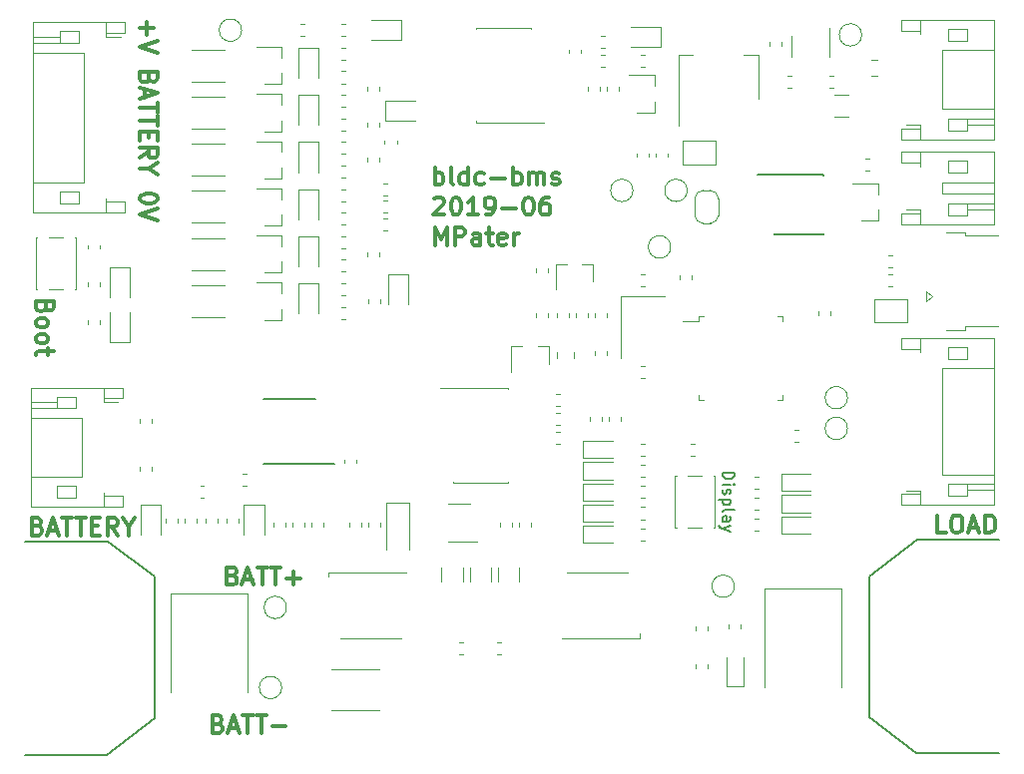
<source format=gbr>
G04 #@! TF.GenerationSoftware,KiCad,Pcbnew,5.1.2-f72e74a~84~ubuntu16.04.1*
G04 #@! TF.CreationDate,2019-06-08T12:34:56+01:00*
G04 #@! TF.ProjectId,bldc-BMS,626c6463-2d42-44d5-932e-6b696361645f,rev?*
G04 #@! TF.SameCoordinates,Original*
G04 #@! TF.FileFunction,Legend,Top*
G04 #@! TF.FilePolarity,Positive*
%FSLAX46Y46*%
G04 Gerber Fmt 4.6, Leading zero omitted, Abs format (unit mm)*
G04 Created by KiCad (PCBNEW 5.1.2-f72e74a~84~ubuntu16.04.1) date 2019-06-08 12:34:56*
%MOMM*%
%LPD*%
G04 APERTURE LIST*
%ADD10C,0.150000*%
%ADD11C,0.300000*%
%ADD12C,0.120000*%
G04 APERTURE END LIST*
D10*
X162147619Y-78947619D02*
X163147619Y-78947619D01*
X163147619Y-79185714D01*
X163100000Y-79328571D01*
X163004761Y-79423809D01*
X162909523Y-79471428D01*
X162719047Y-79519047D01*
X162576190Y-79519047D01*
X162385714Y-79471428D01*
X162290476Y-79423809D01*
X162195238Y-79328571D01*
X162147619Y-79185714D01*
X162147619Y-78947619D01*
X162147619Y-79947619D02*
X162814285Y-79947619D01*
X163147619Y-79947619D02*
X163100000Y-79900000D01*
X163052380Y-79947619D01*
X163100000Y-79995238D01*
X163147619Y-79947619D01*
X163052380Y-79947619D01*
X162195238Y-80376190D02*
X162147619Y-80471428D01*
X162147619Y-80661904D01*
X162195238Y-80757142D01*
X162290476Y-80804761D01*
X162338095Y-80804761D01*
X162433333Y-80757142D01*
X162480952Y-80661904D01*
X162480952Y-80519047D01*
X162528571Y-80423809D01*
X162623809Y-80376190D01*
X162671428Y-80376190D01*
X162766666Y-80423809D01*
X162814285Y-80519047D01*
X162814285Y-80661904D01*
X162766666Y-80757142D01*
X162814285Y-81233333D02*
X161814285Y-81233333D01*
X162766666Y-81233333D02*
X162814285Y-81328571D01*
X162814285Y-81519047D01*
X162766666Y-81614285D01*
X162719047Y-81661904D01*
X162623809Y-81709523D01*
X162338095Y-81709523D01*
X162242857Y-81661904D01*
X162195238Y-81614285D01*
X162147619Y-81519047D01*
X162147619Y-81328571D01*
X162195238Y-81233333D01*
X162147619Y-82280952D02*
X162195238Y-82185714D01*
X162290476Y-82138095D01*
X163147619Y-82138095D01*
X162147619Y-83090476D02*
X162671428Y-83090476D01*
X162766666Y-83042857D01*
X162814285Y-82947619D01*
X162814285Y-82757142D01*
X162766666Y-82661904D01*
X162195238Y-83090476D02*
X162147619Y-82995238D01*
X162147619Y-82757142D01*
X162195238Y-82661904D01*
X162290476Y-82614285D01*
X162385714Y-82614285D01*
X162480952Y-82661904D01*
X162528571Y-82757142D01*
X162528571Y-82995238D01*
X162576190Y-83090476D01*
X162814285Y-83471428D02*
X162147619Y-83709523D01*
X162814285Y-83947619D02*
X162147619Y-83709523D01*
X161909523Y-83614285D01*
X161861904Y-83566666D01*
X161814285Y-83471428D01*
D11*
X137752142Y-54528571D02*
X137752142Y-53028571D01*
X137752142Y-53600000D02*
X137895000Y-53528571D01*
X138180714Y-53528571D01*
X138323571Y-53600000D01*
X138395000Y-53671428D01*
X138466428Y-53814285D01*
X138466428Y-54242857D01*
X138395000Y-54385714D01*
X138323571Y-54457142D01*
X138180714Y-54528571D01*
X137895000Y-54528571D01*
X137752142Y-54457142D01*
X139323571Y-54528571D02*
X139180714Y-54457142D01*
X139109285Y-54314285D01*
X139109285Y-53028571D01*
X140537857Y-54528571D02*
X140537857Y-53028571D01*
X140537857Y-54457142D02*
X140395000Y-54528571D01*
X140109285Y-54528571D01*
X139966428Y-54457142D01*
X139895000Y-54385714D01*
X139823571Y-54242857D01*
X139823571Y-53814285D01*
X139895000Y-53671428D01*
X139966428Y-53600000D01*
X140109285Y-53528571D01*
X140395000Y-53528571D01*
X140537857Y-53600000D01*
X141895000Y-54457142D02*
X141752142Y-54528571D01*
X141466428Y-54528571D01*
X141323571Y-54457142D01*
X141252142Y-54385714D01*
X141180714Y-54242857D01*
X141180714Y-53814285D01*
X141252142Y-53671428D01*
X141323571Y-53600000D01*
X141466428Y-53528571D01*
X141752142Y-53528571D01*
X141895000Y-53600000D01*
X142537857Y-53957142D02*
X143680714Y-53957142D01*
X144395000Y-54528571D02*
X144395000Y-53028571D01*
X144395000Y-53600000D02*
X144537857Y-53528571D01*
X144823571Y-53528571D01*
X144966428Y-53600000D01*
X145037857Y-53671428D01*
X145109285Y-53814285D01*
X145109285Y-54242857D01*
X145037857Y-54385714D01*
X144966428Y-54457142D01*
X144823571Y-54528571D01*
X144537857Y-54528571D01*
X144395000Y-54457142D01*
X145752142Y-54528571D02*
X145752142Y-53528571D01*
X145752142Y-53671428D02*
X145823571Y-53600000D01*
X145966428Y-53528571D01*
X146180714Y-53528571D01*
X146323571Y-53600000D01*
X146395000Y-53742857D01*
X146395000Y-54528571D01*
X146395000Y-53742857D02*
X146466428Y-53600000D01*
X146609285Y-53528571D01*
X146823571Y-53528571D01*
X146966428Y-53600000D01*
X147037857Y-53742857D01*
X147037857Y-54528571D01*
X147680714Y-54457142D02*
X147823571Y-54528571D01*
X148109285Y-54528571D01*
X148252142Y-54457142D01*
X148323571Y-54314285D01*
X148323571Y-54242857D01*
X148252142Y-54100000D01*
X148109285Y-54028571D01*
X147895000Y-54028571D01*
X147752142Y-53957142D01*
X147680714Y-53814285D01*
X147680714Y-53742857D01*
X147752142Y-53600000D01*
X147895000Y-53528571D01*
X148109285Y-53528571D01*
X148252142Y-53600000D01*
X137680714Y-55721428D02*
X137752142Y-55650000D01*
X137895000Y-55578571D01*
X138252142Y-55578571D01*
X138395000Y-55650000D01*
X138466428Y-55721428D01*
X138537857Y-55864285D01*
X138537857Y-56007142D01*
X138466428Y-56221428D01*
X137609285Y-57078571D01*
X138537857Y-57078571D01*
X139466428Y-55578571D02*
X139609285Y-55578571D01*
X139752142Y-55650000D01*
X139823571Y-55721428D01*
X139895000Y-55864285D01*
X139966428Y-56150000D01*
X139966428Y-56507142D01*
X139895000Y-56792857D01*
X139823571Y-56935714D01*
X139752142Y-57007142D01*
X139609285Y-57078571D01*
X139466428Y-57078571D01*
X139323571Y-57007142D01*
X139252142Y-56935714D01*
X139180714Y-56792857D01*
X139109285Y-56507142D01*
X139109285Y-56150000D01*
X139180714Y-55864285D01*
X139252142Y-55721428D01*
X139323571Y-55650000D01*
X139466428Y-55578571D01*
X141395000Y-57078571D02*
X140537857Y-57078571D01*
X140966428Y-57078571D02*
X140966428Y-55578571D01*
X140823571Y-55792857D01*
X140680714Y-55935714D01*
X140537857Y-56007142D01*
X142109285Y-57078571D02*
X142395000Y-57078571D01*
X142537857Y-57007142D01*
X142609285Y-56935714D01*
X142752142Y-56721428D01*
X142823571Y-56435714D01*
X142823571Y-55864285D01*
X142752142Y-55721428D01*
X142680714Y-55650000D01*
X142537857Y-55578571D01*
X142252142Y-55578571D01*
X142109285Y-55650000D01*
X142037857Y-55721428D01*
X141966428Y-55864285D01*
X141966428Y-56221428D01*
X142037857Y-56364285D01*
X142109285Y-56435714D01*
X142252142Y-56507142D01*
X142537857Y-56507142D01*
X142680714Y-56435714D01*
X142752142Y-56364285D01*
X142823571Y-56221428D01*
X143466428Y-56507142D02*
X144609285Y-56507142D01*
X145609285Y-55578571D02*
X145752142Y-55578571D01*
X145895000Y-55650000D01*
X145966428Y-55721428D01*
X146037857Y-55864285D01*
X146109285Y-56150000D01*
X146109285Y-56507142D01*
X146037857Y-56792857D01*
X145966428Y-56935714D01*
X145895000Y-57007142D01*
X145752142Y-57078571D01*
X145609285Y-57078571D01*
X145466428Y-57007142D01*
X145395000Y-56935714D01*
X145323571Y-56792857D01*
X145252142Y-56507142D01*
X145252142Y-56150000D01*
X145323571Y-55864285D01*
X145395000Y-55721428D01*
X145466428Y-55650000D01*
X145609285Y-55578571D01*
X147395000Y-55578571D02*
X147109285Y-55578571D01*
X146966428Y-55650000D01*
X146895000Y-55721428D01*
X146752142Y-55935714D01*
X146680714Y-56221428D01*
X146680714Y-56792857D01*
X146752142Y-56935714D01*
X146823571Y-57007142D01*
X146966428Y-57078571D01*
X147252142Y-57078571D01*
X147395000Y-57007142D01*
X147466428Y-56935714D01*
X147537857Y-56792857D01*
X147537857Y-56435714D01*
X147466428Y-56292857D01*
X147395000Y-56221428D01*
X147252142Y-56150000D01*
X146966428Y-56150000D01*
X146823571Y-56221428D01*
X146752142Y-56292857D01*
X146680714Y-56435714D01*
X137752142Y-59628571D02*
X137752142Y-58128571D01*
X138252142Y-59200000D01*
X138752142Y-58128571D01*
X138752142Y-59628571D01*
X139466428Y-59628571D02*
X139466428Y-58128571D01*
X140037857Y-58128571D01*
X140180714Y-58200000D01*
X140252142Y-58271428D01*
X140323571Y-58414285D01*
X140323571Y-58628571D01*
X140252142Y-58771428D01*
X140180714Y-58842857D01*
X140037857Y-58914285D01*
X139466428Y-58914285D01*
X141609285Y-59628571D02*
X141609285Y-58842857D01*
X141537857Y-58700000D01*
X141395000Y-58628571D01*
X141109285Y-58628571D01*
X140966428Y-58700000D01*
X141609285Y-59557142D02*
X141466428Y-59628571D01*
X141109285Y-59628571D01*
X140966428Y-59557142D01*
X140895000Y-59414285D01*
X140895000Y-59271428D01*
X140966428Y-59128571D01*
X141109285Y-59057142D01*
X141466428Y-59057142D01*
X141609285Y-58985714D01*
X142109285Y-58628571D02*
X142680714Y-58628571D01*
X142323571Y-58128571D02*
X142323571Y-59414285D01*
X142395000Y-59557142D01*
X142537857Y-59628571D01*
X142680714Y-59628571D01*
X143752142Y-59557142D02*
X143609285Y-59628571D01*
X143323571Y-59628571D01*
X143180714Y-59557142D01*
X143109285Y-59414285D01*
X143109285Y-58842857D01*
X143180714Y-58700000D01*
X143323571Y-58628571D01*
X143609285Y-58628571D01*
X143752142Y-58700000D01*
X143823571Y-58842857D01*
X143823571Y-58985714D01*
X143109285Y-59128571D01*
X144466428Y-59628571D02*
X144466428Y-58628571D01*
X144466428Y-58914285D02*
X144537857Y-58771428D01*
X144609285Y-58700000D01*
X144752142Y-58628571D01*
X144895000Y-58628571D01*
X119392857Y-100292857D02*
X119607142Y-100364285D01*
X119678571Y-100435714D01*
X119750000Y-100578571D01*
X119750000Y-100792857D01*
X119678571Y-100935714D01*
X119607142Y-101007142D01*
X119464285Y-101078571D01*
X118892857Y-101078571D01*
X118892857Y-99578571D01*
X119392857Y-99578571D01*
X119535714Y-99650000D01*
X119607142Y-99721428D01*
X119678571Y-99864285D01*
X119678571Y-100007142D01*
X119607142Y-100150000D01*
X119535714Y-100221428D01*
X119392857Y-100292857D01*
X118892857Y-100292857D01*
X120321428Y-100650000D02*
X121035714Y-100650000D01*
X120178571Y-101078571D02*
X120678571Y-99578571D01*
X121178571Y-101078571D01*
X121464285Y-99578571D02*
X122321428Y-99578571D01*
X121892857Y-101078571D02*
X121892857Y-99578571D01*
X122607142Y-99578571D02*
X123464285Y-99578571D01*
X123035714Y-101078571D02*
X123035714Y-99578571D01*
X123964285Y-100507142D02*
X125107142Y-100507142D01*
X120592857Y-87692857D02*
X120807142Y-87764285D01*
X120878571Y-87835714D01*
X120950000Y-87978571D01*
X120950000Y-88192857D01*
X120878571Y-88335714D01*
X120807142Y-88407142D01*
X120664285Y-88478571D01*
X120092857Y-88478571D01*
X120092857Y-86978571D01*
X120592857Y-86978571D01*
X120735714Y-87050000D01*
X120807142Y-87121428D01*
X120878571Y-87264285D01*
X120878571Y-87407142D01*
X120807142Y-87550000D01*
X120735714Y-87621428D01*
X120592857Y-87692857D01*
X120092857Y-87692857D01*
X121521428Y-88050000D02*
X122235714Y-88050000D01*
X121378571Y-88478571D02*
X121878571Y-86978571D01*
X122378571Y-88478571D01*
X122664285Y-86978571D02*
X123521428Y-86978571D01*
X123092857Y-88478571D02*
X123092857Y-86978571D01*
X123807142Y-86978571D02*
X124664285Y-86978571D01*
X124235714Y-88478571D02*
X124235714Y-86978571D01*
X125164285Y-87907142D02*
X126307142Y-87907142D01*
X125735714Y-88478571D02*
X125735714Y-87335714D01*
X104707142Y-64921428D02*
X104635714Y-65135714D01*
X104564285Y-65207142D01*
X104421428Y-65278571D01*
X104207142Y-65278571D01*
X104064285Y-65207142D01*
X103992857Y-65135714D01*
X103921428Y-64992857D01*
X103921428Y-64421428D01*
X105421428Y-64421428D01*
X105421428Y-64921428D01*
X105350000Y-65064285D01*
X105278571Y-65135714D01*
X105135714Y-65207142D01*
X104992857Y-65207142D01*
X104850000Y-65135714D01*
X104778571Y-65064285D01*
X104707142Y-64921428D01*
X104707142Y-64421428D01*
X103921428Y-66135714D02*
X103992857Y-65992857D01*
X104064285Y-65921428D01*
X104207142Y-65850000D01*
X104635714Y-65850000D01*
X104778571Y-65921428D01*
X104850000Y-65992857D01*
X104921428Y-66135714D01*
X104921428Y-66350000D01*
X104850000Y-66492857D01*
X104778571Y-66564285D01*
X104635714Y-66635714D01*
X104207142Y-66635714D01*
X104064285Y-66564285D01*
X103992857Y-66492857D01*
X103921428Y-66350000D01*
X103921428Y-66135714D01*
X103921428Y-67492857D02*
X103992857Y-67350000D01*
X104064285Y-67278571D01*
X104207142Y-67207142D01*
X104635714Y-67207142D01*
X104778571Y-67278571D01*
X104850000Y-67350000D01*
X104921428Y-67492857D01*
X104921428Y-67707142D01*
X104850000Y-67850000D01*
X104778571Y-67921428D01*
X104635714Y-67992857D01*
X104207142Y-67992857D01*
X104064285Y-67921428D01*
X103992857Y-67850000D01*
X103921428Y-67707142D01*
X103921428Y-67492857D01*
X104921428Y-68421428D02*
X104921428Y-68992857D01*
X105421428Y-68635714D02*
X104135714Y-68635714D01*
X103992857Y-68707142D01*
X103921428Y-68850000D01*
X103921428Y-68992857D01*
X181085714Y-84078571D02*
X180371428Y-84078571D01*
X180371428Y-82578571D01*
X181871428Y-82578571D02*
X182157142Y-82578571D01*
X182300000Y-82650000D01*
X182442857Y-82792857D01*
X182514285Y-83078571D01*
X182514285Y-83578571D01*
X182442857Y-83864285D01*
X182300000Y-84007142D01*
X182157142Y-84078571D01*
X181871428Y-84078571D01*
X181728571Y-84007142D01*
X181585714Y-83864285D01*
X181514285Y-83578571D01*
X181514285Y-83078571D01*
X181585714Y-82792857D01*
X181728571Y-82650000D01*
X181871428Y-82578571D01*
X183085714Y-83650000D02*
X183800000Y-83650000D01*
X182942857Y-84078571D02*
X183442857Y-82578571D01*
X183942857Y-84078571D01*
X184442857Y-84078571D02*
X184442857Y-82578571D01*
X184800000Y-82578571D01*
X185014285Y-82650000D01*
X185157142Y-82792857D01*
X185228571Y-82935714D01*
X185300000Y-83221428D01*
X185300000Y-83435714D01*
X185228571Y-83721428D01*
X185157142Y-83864285D01*
X185014285Y-84007142D01*
X184800000Y-84078571D01*
X184442857Y-84078571D01*
X104050000Y-83492857D02*
X104264285Y-83564285D01*
X104335714Y-83635714D01*
X104407142Y-83778571D01*
X104407142Y-83992857D01*
X104335714Y-84135714D01*
X104264285Y-84207142D01*
X104121428Y-84278571D01*
X103550000Y-84278571D01*
X103550000Y-82778571D01*
X104050000Y-82778571D01*
X104192857Y-82850000D01*
X104264285Y-82921428D01*
X104335714Y-83064285D01*
X104335714Y-83207142D01*
X104264285Y-83350000D01*
X104192857Y-83421428D01*
X104050000Y-83492857D01*
X103550000Y-83492857D01*
X104978571Y-83850000D02*
X105692857Y-83850000D01*
X104835714Y-84278571D02*
X105335714Y-82778571D01*
X105835714Y-84278571D01*
X106121428Y-82778571D02*
X106978571Y-82778571D01*
X106550000Y-84278571D02*
X106550000Y-82778571D01*
X107264285Y-82778571D02*
X108121428Y-82778571D01*
X107692857Y-84278571D02*
X107692857Y-82778571D01*
X108621428Y-83492857D02*
X109121428Y-83492857D01*
X109335714Y-84278571D02*
X108621428Y-84278571D01*
X108621428Y-82778571D01*
X109335714Y-82778571D01*
X110835714Y-84278571D02*
X110335714Y-83564285D01*
X109978571Y-84278571D02*
X109978571Y-82778571D01*
X110550000Y-82778571D01*
X110692857Y-82850000D01*
X110764285Y-82921428D01*
X110835714Y-83064285D01*
X110835714Y-83278571D01*
X110764285Y-83421428D01*
X110692857Y-83492857D01*
X110550000Y-83564285D01*
X109978571Y-83564285D01*
X111764285Y-83564285D02*
X111764285Y-84278571D01*
X111264285Y-82778571D02*
X111764285Y-83564285D01*
X112264285Y-82778571D01*
X113292857Y-40678571D02*
X113292857Y-41821428D01*
X112721428Y-41250000D02*
X113864285Y-41250000D01*
X114221428Y-42321428D02*
X112721428Y-42821428D01*
X114221428Y-43321428D01*
X113507142Y-45464285D02*
X113435714Y-45678571D01*
X113364285Y-45750000D01*
X113221428Y-45821428D01*
X113007142Y-45821428D01*
X112864285Y-45750000D01*
X112792857Y-45678571D01*
X112721428Y-45535714D01*
X112721428Y-44964285D01*
X114221428Y-44964285D01*
X114221428Y-45464285D01*
X114150000Y-45607142D01*
X114078571Y-45678571D01*
X113935714Y-45750000D01*
X113792857Y-45750000D01*
X113650000Y-45678571D01*
X113578571Y-45607142D01*
X113507142Y-45464285D01*
X113507142Y-44964285D01*
X113150000Y-46392857D02*
X113150000Y-47107142D01*
X112721428Y-46250000D02*
X114221428Y-46750000D01*
X112721428Y-47250000D01*
X114221428Y-47535714D02*
X114221428Y-48392857D01*
X112721428Y-47964285D02*
X114221428Y-47964285D01*
X114221428Y-48678571D02*
X114221428Y-49535714D01*
X112721428Y-49107142D02*
X114221428Y-49107142D01*
X113507142Y-50035714D02*
X113507142Y-50535714D01*
X112721428Y-50750000D02*
X112721428Y-50035714D01*
X114221428Y-50035714D01*
X114221428Y-50750000D01*
X112721428Y-52250000D02*
X113435714Y-51750000D01*
X112721428Y-51392857D02*
X114221428Y-51392857D01*
X114221428Y-51964285D01*
X114150000Y-52107142D01*
X114078571Y-52178571D01*
X113935714Y-52250000D01*
X113721428Y-52250000D01*
X113578571Y-52178571D01*
X113507142Y-52107142D01*
X113435714Y-51964285D01*
X113435714Y-51392857D01*
X113435714Y-53178571D02*
X112721428Y-53178571D01*
X114221428Y-52678571D02*
X113435714Y-53178571D01*
X114221428Y-53678571D01*
X114221428Y-55607142D02*
X114221428Y-55750000D01*
X114150000Y-55892857D01*
X114078571Y-55964285D01*
X113935714Y-56035714D01*
X113650000Y-56107142D01*
X113292857Y-56107142D01*
X113007142Y-56035714D01*
X112864285Y-55964285D01*
X112792857Y-55892857D01*
X112721428Y-55750000D01*
X112721428Y-55607142D01*
X112792857Y-55464285D01*
X112864285Y-55392857D01*
X113007142Y-55321428D01*
X113292857Y-55250000D01*
X113650000Y-55250000D01*
X113935714Y-55321428D01*
X114078571Y-55392857D01*
X114150000Y-55464285D01*
X114221428Y-55607142D01*
X114221428Y-56535714D02*
X112721428Y-57035714D01*
X114221428Y-57535714D01*
D12*
X145925000Y-41175000D02*
X141275000Y-41175000D01*
X147000000Y-49225000D02*
X141275000Y-49225000D01*
X145925000Y-41175000D02*
X145925000Y-41282500D01*
X141275000Y-41175000D02*
X141275000Y-41282500D01*
X141275000Y-49225000D02*
X141275000Y-49117500D01*
X155237221Y-69890000D02*
X155562779Y-69890000D01*
X155237221Y-70910000D02*
X155562779Y-70910000D01*
X155562779Y-63110000D02*
X155237221Y-63110000D01*
X155562779Y-62090000D02*
X155237221Y-62090000D01*
X158390000Y-49500000D02*
X158390000Y-43490000D01*
X165210000Y-47250000D02*
X165210000Y-43490000D01*
X158390000Y-43490000D02*
X159650000Y-43490000D01*
X165210000Y-43490000D02*
X163950000Y-43490000D01*
D10*
X174600000Y-99750000D02*
X174600000Y-87750000D01*
X174600000Y-87750000D02*
X178700000Y-84650000D01*
X178700000Y-84650000D02*
X185600000Y-84650000D01*
X174600000Y-99750000D02*
X178600000Y-102750000D01*
X178600000Y-102750000D02*
X185600000Y-102750000D01*
X113998000Y-87800000D02*
X113998000Y-99800000D01*
X113998000Y-99800000D02*
X109898000Y-102900000D01*
X109898000Y-102900000D02*
X102998000Y-102900000D01*
X113998000Y-87800000D02*
X109998000Y-84800000D01*
X109998000Y-84800000D02*
X102998000Y-84800000D01*
D12*
X167990000Y-41900000D02*
X167990000Y-43700000D01*
X171210000Y-43700000D02*
X171210000Y-41250000D01*
X167962779Y-46310000D02*
X167637221Y-46310000D01*
X167962779Y-45290000D02*
X167637221Y-45290000D01*
X128700000Y-87400000D02*
X128700000Y-87800000D01*
X135300000Y-87400000D02*
X128700000Y-87400000D01*
X134900000Y-93000000D02*
X129700000Y-93000000D01*
X135450000Y-62100000D02*
X133750000Y-62100000D01*
X133750000Y-62100000D02*
X133750000Y-64650000D01*
X135450000Y-62100000D02*
X135450000Y-64650000D01*
X173950000Y-41800000D02*
G75*
G03X173950000Y-41800000I-950000J0D01*
G01*
X157750000Y-59800000D02*
G75*
G03X157750000Y-59800000I-950000J0D01*
G01*
X163150000Y-88600000D02*
G75*
G03X163150000Y-88600000I-950000J0D01*
G01*
X125150000Y-90400000D02*
G75*
G03X125150000Y-90400000I-950000J0D01*
G01*
X172750000Y-72600000D02*
G75*
G03X172750000Y-72600000I-950000J0D01*
G01*
X154550000Y-55000000D02*
G75*
G03X154550000Y-55000000I-950000J0D01*
G01*
X121350000Y-41400000D02*
G75*
G03X121350000Y-41400000I-950000J0D01*
G01*
X172750000Y-75200000D02*
G75*
G03X172750000Y-75200000I-950000J0D01*
G01*
X159150000Y-55000000D02*
G75*
G03X159150000Y-55000000I-950000J0D01*
G01*
X157510000Y-51837221D02*
X157510000Y-52162779D01*
X156490000Y-51837221D02*
X156490000Y-52162779D01*
X155910000Y-51837221D02*
X155910000Y-52162779D01*
X154890000Y-51837221D02*
X154890000Y-52162779D01*
X178940000Y-56660000D02*
X178940000Y-56940000D01*
X178940000Y-56940000D02*
X177340000Y-56940000D01*
X177340000Y-56940000D02*
X177340000Y-57860000D01*
X177340000Y-57860000D02*
X185160000Y-57860000D01*
X185160000Y-57860000D02*
X185160000Y-51740000D01*
X185160000Y-51740000D02*
X177340000Y-51740000D01*
X177340000Y-51740000D02*
X177340000Y-52660000D01*
X177340000Y-52660000D02*
X178940000Y-52660000D01*
X178940000Y-52660000D02*
X178940000Y-52940000D01*
X185160000Y-55300000D02*
X180800000Y-55300000D01*
X180800000Y-55300000D02*
X180800000Y-54300000D01*
X180800000Y-54300000D02*
X185160000Y-54300000D01*
X178940000Y-57860000D02*
X178940000Y-56940000D01*
X178940000Y-51740000D02*
X178940000Y-52660000D01*
X181300000Y-57100000D02*
X182900000Y-57100000D01*
X182900000Y-57100000D02*
X182900000Y-56100000D01*
X182900000Y-56100000D02*
X181300000Y-56100000D01*
X181300000Y-56100000D02*
X181300000Y-57100000D01*
X181300000Y-52500000D02*
X182900000Y-52500000D01*
X182900000Y-52500000D02*
X182900000Y-53500000D01*
X182900000Y-53500000D02*
X181300000Y-53500000D01*
X181300000Y-53500000D02*
X181300000Y-52500000D01*
X182900000Y-56100000D02*
X185160000Y-56100000D01*
X182900000Y-56600000D02*
X185160000Y-56600000D01*
X178940000Y-56660000D02*
X177725000Y-56660000D01*
X178940000Y-80460000D02*
X178940000Y-80740000D01*
X178940000Y-80740000D02*
X177340000Y-80740000D01*
X177340000Y-80740000D02*
X177340000Y-81660000D01*
X177340000Y-81660000D02*
X185160000Y-81660000D01*
X185160000Y-81660000D02*
X185160000Y-67540000D01*
X185160000Y-67540000D02*
X177340000Y-67540000D01*
X177340000Y-67540000D02*
X177340000Y-68460000D01*
X177340000Y-68460000D02*
X178940000Y-68460000D01*
X178940000Y-68460000D02*
X178940000Y-68740000D01*
X185160000Y-79100000D02*
X180800000Y-79100000D01*
X180800000Y-79100000D02*
X180800000Y-70100000D01*
X180800000Y-70100000D02*
X185160000Y-70100000D01*
X178940000Y-81660000D02*
X178940000Y-80740000D01*
X178940000Y-67540000D02*
X178940000Y-68460000D01*
X181300000Y-80900000D02*
X182900000Y-80900000D01*
X182900000Y-80900000D02*
X182900000Y-79900000D01*
X182900000Y-79900000D02*
X181300000Y-79900000D01*
X181300000Y-79900000D02*
X181300000Y-80900000D01*
X181300000Y-68300000D02*
X182900000Y-68300000D01*
X182900000Y-68300000D02*
X182900000Y-69300000D01*
X182900000Y-69300000D02*
X181300000Y-69300000D01*
X181300000Y-69300000D02*
X181300000Y-68300000D01*
X182900000Y-79900000D02*
X185160000Y-79900000D01*
X182900000Y-80400000D02*
X185160000Y-80400000D01*
X178940000Y-80460000D02*
X177725000Y-80460000D01*
X109660000Y-72940000D02*
X109660000Y-72660000D01*
X109660000Y-72660000D02*
X111260000Y-72660000D01*
X111260000Y-72660000D02*
X111260000Y-71740000D01*
X111260000Y-71740000D02*
X103440000Y-71740000D01*
X103440000Y-71740000D02*
X103440000Y-81860000D01*
X103440000Y-81860000D02*
X111260000Y-81860000D01*
X111260000Y-81860000D02*
X111260000Y-80940000D01*
X111260000Y-80940000D02*
X109660000Y-80940000D01*
X109660000Y-80940000D02*
X109660000Y-80660000D01*
X103440000Y-74300000D02*
X107800000Y-74300000D01*
X107800000Y-74300000D02*
X107800000Y-79300000D01*
X107800000Y-79300000D02*
X103440000Y-79300000D01*
X109660000Y-71740000D02*
X109660000Y-72660000D01*
X109660000Y-81860000D02*
X109660000Y-80940000D01*
X107300000Y-72500000D02*
X105700000Y-72500000D01*
X105700000Y-72500000D02*
X105700000Y-73500000D01*
X105700000Y-73500000D02*
X107300000Y-73500000D01*
X107300000Y-73500000D02*
X107300000Y-72500000D01*
X107300000Y-81100000D02*
X105700000Y-81100000D01*
X105700000Y-81100000D02*
X105700000Y-80100000D01*
X105700000Y-80100000D02*
X107300000Y-80100000D01*
X107300000Y-80100000D02*
X107300000Y-81100000D01*
X105700000Y-73500000D02*
X103440000Y-73500000D01*
X105700000Y-73000000D02*
X103440000Y-73000000D01*
X109660000Y-72940000D02*
X110875000Y-72940000D01*
X109860000Y-41940000D02*
X109860000Y-41660000D01*
X109860000Y-41660000D02*
X111460000Y-41660000D01*
X111460000Y-41660000D02*
X111460000Y-40740000D01*
X111460000Y-40740000D02*
X103640000Y-40740000D01*
X103640000Y-40740000D02*
X103640000Y-56860000D01*
X103640000Y-56860000D02*
X111460000Y-56860000D01*
X111460000Y-56860000D02*
X111460000Y-55940000D01*
X111460000Y-55940000D02*
X109860000Y-55940000D01*
X109860000Y-55940000D02*
X109860000Y-55660000D01*
X103640000Y-43300000D02*
X108000000Y-43300000D01*
X108000000Y-43300000D02*
X108000000Y-54300000D01*
X108000000Y-54300000D02*
X103640000Y-54300000D01*
X109860000Y-40740000D02*
X109860000Y-41660000D01*
X109860000Y-56860000D02*
X109860000Y-55940000D01*
X107500000Y-41500000D02*
X105900000Y-41500000D01*
X105900000Y-41500000D02*
X105900000Y-42500000D01*
X105900000Y-42500000D02*
X107500000Y-42500000D01*
X107500000Y-42500000D02*
X107500000Y-41500000D01*
X107500000Y-56100000D02*
X105900000Y-56100000D01*
X105900000Y-56100000D02*
X105900000Y-55100000D01*
X105900000Y-55100000D02*
X107500000Y-55100000D01*
X107500000Y-55100000D02*
X107500000Y-56100000D01*
X105900000Y-42500000D02*
X103640000Y-42500000D01*
X105900000Y-42000000D02*
X103640000Y-42000000D01*
X109860000Y-41940000D02*
X111075000Y-41940000D01*
X178940000Y-49460000D02*
X178940000Y-49740000D01*
X178940000Y-49740000D02*
X177340000Y-49740000D01*
X177340000Y-49740000D02*
X177340000Y-50660000D01*
X177340000Y-50660000D02*
X185160000Y-50660000D01*
X185160000Y-50660000D02*
X185160000Y-40540000D01*
X185160000Y-40540000D02*
X177340000Y-40540000D01*
X177340000Y-40540000D02*
X177340000Y-41460000D01*
X177340000Y-41460000D02*
X178940000Y-41460000D01*
X178940000Y-41460000D02*
X178940000Y-41740000D01*
X185160000Y-48100000D02*
X180800000Y-48100000D01*
X180800000Y-48100000D02*
X180800000Y-43100000D01*
X180800000Y-43100000D02*
X185160000Y-43100000D01*
X178940000Y-50660000D02*
X178940000Y-49740000D01*
X178940000Y-40540000D02*
X178940000Y-41460000D01*
X181300000Y-49900000D02*
X182900000Y-49900000D01*
X182900000Y-49900000D02*
X182900000Y-48900000D01*
X182900000Y-48900000D02*
X181300000Y-48900000D01*
X181300000Y-48900000D02*
X181300000Y-49900000D01*
X181300000Y-41300000D02*
X182900000Y-41300000D01*
X182900000Y-41300000D02*
X182900000Y-42300000D01*
X182900000Y-42300000D02*
X181300000Y-42300000D01*
X181300000Y-42300000D02*
X181300000Y-41300000D01*
X182900000Y-48900000D02*
X185160000Y-48900000D01*
X182900000Y-49400000D02*
X185160000Y-49400000D01*
X178940000Y-49460000D02*
X177725000Y-49460000D01*
X140110000Y-86997936D02*
X140110000Y-88202064D01*
X138290000Y-86997936D02*
X138290000Y-88202064D01*
X142510000Y-86997936D02*
X142510000Y-88202064D01*
X140690000Y-86997936D02*
X140690000Y-88202064D01*
X144910000Y-86997936D02*
X144910000Y-88202064D01*
X143090000Y-86997936D02*
X143090000Y-88202064D01*
X182700000Y-66850000D02*
X181150000Y-66850000D01*
X182700000Y-66850000D02*
X182700000Y-66550000D01*
X185500000Y-66550000D02*
X182700000Y-66550000D01*
X182700000Y-58550000D02*
X181150000Y-58550000D01*
X182700000Y-58850000D02*
X182700000Y-58550000D01*
X185500000Y-58850000D02*
X182700000Y-58850000D01*
X179450000Y-63600000D02*
X179900000Y-64000000D01*
X179450000Y-64400000D02*
X179450000Y-63600000D01*
X179900000Y-64000000D02*
X179450000Y-64400000D01*
X155562779Y-79310000D02*
X155237221Y-79310000D01*
X155562779Y-78290000D02*
X155237221Y-78290000D01*
X114890000Y-82837221D02*
X114890000Y-83162779D01*
X115910000Y-82837221D02*
X115910000Y-83162779D01*
X130090000Y-78162779D02*
X130090000Y-77837221D01*
X131110000Y-78162779D02*
X131110000Y-77837221D01*
X118162779Y-80090000D02*
X117837221Y-80090000D01*
X118162779Y-81110000D02*
X117837221Y-81110000D01*
X121110000Y-82837221D02*
X121110000Y-83162779D01*
X120090000Y-82837221D02*
X120090000Y-83162779D01*
X145910000Y-83237221D02*
X145910000Y-83562779D01*
X144890000Y-83237221D02*
X144890000Y-83562779D01*
X140162779Y-94410000D02*
X139837221Y-94410000D01*
X140162779Y-93390000D02*
X139837221Y-93390000D01*
X143362779Y-93390000D02*
X143037221Y-93390000D01*
X143362779Y-94410000D02*
X143037221Y-94410000D01*
X159890000Y-92037221D02*
X159890000Y-92362779D01*
X160910000Y-92037221D02*
X160910000Y-92362779D01*
X160910000Y-95237221D02*
X160910000Y-95562779D01*
X159890000Y-95237221D02*
X159890000Y-95562779D01*
X129837221Y-41910000D02*
X130162779Y-41910000D01*
X129837221Y-40890000D02*
X130162779Y-40890000D01*
X133010000Y-46237221D02*
X133010000Y-46562779D01*
X131990000Y-46237221D02*
X131990000Y-46562779D01*
X131990000Y-49237221D02*
X131990000Y-49562779D01*
X133010000Y-49237221D02*
X133010000Y-49562779D01*
X133662779Y-56910000D02*
X133337221Y-56910000D01*
X133662779Y-55890000D02*
X133337221Y-55890000D01*
X133010000Y-60562779D02*
X133010000Y-60237221D01*
X131990000Y-60562779D02*
X131990000Y-60237221D01*
X133337221Y-57390000D02*
X133662779Y-57390000D01*
X133337221Y-58410000D02*
X133662779Y-58410000D01*
X134510000Y-50737221D02*
X134510000Y-51062779D01*
X133490000Y-50737221D02*
X133490000Y-51062779D01*
X132090000Y-64237221D02*
X132090000Y-64562779D01*
X133110000Y-64237221D02*
X133110000Y-64562779D01*
X149090000Y-43037221D02*
X149090000Y-43362779D01*
X150110000Y-43037221D02*
X150110000Y-43362779D01*
X113710000Y-74437221D02*
X113710000Y-74762779D01*
X112690000Y-74437221D02*
X112690000Y-74762779D01*
X113710000Y-78437221D02*
X113710000Y-78762779D01*
X112690000Y-78437221D02*
X112690000Y-78762779D01*
X151710000Y-46237221D02*
X151710000Y-46562779D01*
X150690000Y-46237221D02*
X150690000Y-46562779D01*
X148037221Y-74910000D02*
X148362779Y-74910000D01*
X148037221Y-73890000D02*
X148362779Y-73890000D01*
X149510000Y-68741422D02*
X149510000Y-69258578D01*
X148090000Y-68741422D02*
X148090000Y-69258578D01*
X151290000Y-65762779D02*
X151290000Y-65437221D01*
X152310000Y-65762779D02*
X152310000Y-65437221D01*
X148037221Y-73310000D02*
X148362779Y-73310000D01*
X148037221Y-72290000D02*
X148362779Y-72290000D01*
X171237221Y-45290000D02*
X171562779Y-45290000D01*
X171237221Y-46310000D02*
X171562779Y-46310000D01*
X167110000Y-42437221D02*
X167110000Y-42762779D01*
X166090000Y-42437221D02*
X166090000Y-42762779D01*
X171597936Y-48710000D02*
X172802064Y-48710000D01*
X171597936Y-46890000D02*
X172802064Y-46890000D01*
X168237221Y-75290000D02*
X168562779Y-75290000D01*
X168237221Y-76310000D02*
X168562779Y-76310000D01*
X158490000Y-62562779D02*
X158490000Y-62237221D01*
X159510000Y-62562779D02*
X159510000Y-62237221D01*
X170290000Y-65562779D02*
X170290000Y-65237221D01*
X171310000Y-65562779D02*
X171310000Y-65237221D01*
X121850000Y-89200000D02*
X121850000Y-97600000D01*
X115350000Y-89200000D02*
X115350000Y-97600000D01*
X115350000Y-89200000D02*
X121850000Y-89200000D01*
X163935000Y-97060000D02*
X163935000Y-94600000D01*
X162465000Y-97060000D02*
X163935000Y-97060000D01*
X162465000Y-94600000D02*
X162465000Y-97060000D01*
X152800000Y-83465000D02*
X150340000Y-83465000D01*
X150340000Y-83465000D02*
X150340000Y-84935000D01*
X150340000Y-84935000D02*
X152800000Y-84935000D01*
X150340000Y-83135000D02*
X152800000Y-83135000D01*
X150340000Y-81665000D02*
X150340000Y-83135000D01*
X152800000Y-81665000D02*
X150340000Y-81665000D01*
X152800000Y-79865000D02*
X150340000Y-79865000D01*
X150340000Y-79865000D02*
X150340000Y-81335000D01*
X150340000Y-81335000D02*
X152800000Y-81335000D01*
X150340000Y-79535000D02*
X152800000Y-79535000D01*
X150340000Y-78065000D02*
X150340000Y-79535000D01*
X152800000Y-78065000D02*
X150340000Y-78065000D01*
X152800000Y-76265000D02*
X150340000Y-76265000D01*
X150340000Y-76265000D02*
X150340000Y-77735000D01*
X150340000Y-77735000D02*
X152800000Y-77735000D01*
X174741422Y-45310000D02*
X175258578Y-45310000D01*
X174741422Y-43890000D02*
X175258578Y-43890000D01*
X125110000Y-83237221D02*
X125110000Y-83562779D01*
X124090000Y-83237221D02*
X124090000Y-83562779D01*
X117510000Y-82837221D02*
X117510000Y-83162779D01*
X116490000Y-82837221D02*
X116490000Y-83162779D01*
X119310000Y-82837221D02*
X119310000Y-83162779D01*
X118290000Y-82837221D02*
X118290000Y-83162779D01*
X125690000Y-83237221D02*
X125690000Y-83562779D01*
X126710000Y-83237221D02*
X126710000Y-83562779D01*
X127290000Y-83237221D02*
X127290000Y-83562779D01*
X128310000Y-83237221D02*
X128310000Y-83562779D01*
X130490000Y-83237221D02*
X130490000Y-83562779D01*
X131510000Y-83237221D02*
X131510000Y-83562779D01*
X133110000Y-83237221D02*
X133110000Y-83562779D01*
X132090000Y-83237221D02*
X132090000Y-83562779D01*
X163710000Y-91837221D02*
X163710000Y-92162779D01*
X162690000Y-91837221D02*
X162690000Y-92162779D01*
X121437221Y-79090000D02*
X121762779Y-79090000D01*
X121437221Y-80110000D02*
X121762779Y-80110000D01*
X143290000Y-83237221D02*
X143290000Y-83562779D01*
X144310000Y-83237221D02*
X144310000Y-83562779D01*
X126662779Y-40890000D02*
X126337221Y-40890000D01*
X126662779Y-41910000D02*
X126337221Y-41910000D01*
X130162779Y-44890000D02*
X129837221Y-44890000D01*
X130162779Y-45910000D02*
X129837221Y-45910000D01*
X130162779Y-48890000D02*
X129837221Y-48890000D01*
X130162779Y-49910000D02*
X129837221Y-49910000D01*
X131990000Y-52237221D02*
X131990000Y-52562779D01*
X133010000Y-52237221D02*
X133010000Y-52562779D01*
X133662779Y-54390000D02*
X133337221Y-54390000D01*
X133662779Y-55410000D02*
X133337221Y-55410000D01*
X130162779Y-56890000D02*
X129837221Y-56890000D01*
X130162779Y-57910000D02*
X129837221Y-57910000D01*
X130162779Y-61910000D02*
X129837221Y-61910000D01*
X130162779Y-60890000D02*
X129837221Y-60890000D01*
X130162779Y-64890000D02*
X129837221Y-64890000D01*
X130162779Y-65910000D02*
X129837221Y-65910000D01*
X130162779Y-52890000D02*
X129837221Y-52890000D01*
X130162779Y-53910000D02*
X129837221Y-53910000D01*
X129837221Y-42890000D02*
X130162779Y-42890000D01*
X129837221Y-43910000D02*
X130162779Y-43910000D01*
X130162779Y-46890000D02*
X129837221Y-46890000D01*
X130162779Y-47910000D02*
X129837221Y-47910000D01*
X130162779Y-51910000D02*
X129837221Y-51910000D01*
X130162779Y-50890000D02*
X129837221Y-50890000D01*
X130162779Y-55910000D02*
X129837221Y-55910000D01*
X130162779Y-54890000D02*
X129837221Y-54890000D01*
X130162779Y-58890000D02*
X129837221Y-58890000D01*
X130162779Y-59910000D02*
X129837221Y-59910000D01*
X130162779Y-63910000D02*
X129837221Y-63910000D01*
X130162779Y-62890000D02*
X129837221Y-62890000D01*
X109310000Y-66037221D02*
X109310000Y-66362779D01*
X108290000Y-66037221D02*
X108290000Y-66362779D01*
X109310000Y-59962779D02*
X109310000Y-59637221D01*
X108290000Y-59962779D02*
X108290000Y-59637221D01*
X108290000Y-63162779D02*
X108290000Y-62837221D01*
X109310000Y-63162779D02*
X109310000Y-62837221D01*
X152162779Y-41890000D02*
X151837221Y-41890000D01*
X152162779Y-42910000D02*
X151837221Y-42910000D01*
X152162779Y-43490000D02*
X151837221Y-43490000D01*
X152162779Y-44510000D02*
X151837221Y-44510000D01*
X153310000Y-46237221D02*
X153310000Y-46562779D01*
X152290000Y-46237221D02*
X152290000Y-46562779D01*
X155237221Y-43490000D02*
X155562779Y-43490000D01*
X155237221Y-44510000D02*
X155562779Y-44510000D01*
X149110000Y-65437221D02*
X149110000Y-65762779D01*
X148090000Y-65437221D02*
X148090000Y-65762779D01*
X150710000Y-65762779D02*
X150710000Y-65437221D01*
X149690000Y-65762779D02*
X149690000Y-65437221D01*
X146290000Y-61637221D02*
X146290000Y-61962779D01*
X147310000Y-61637221D02*
X147310000Y-61962779D01*
X146290000Y-65437221D02*
X146290000Y-65762779D01*
X147310000Y-65437221D02*
X147310000Y-65762779D01*
X152310000Y-68637221D02*
X152310000Y-68962779D01*
X151290000Y-68637221D02*
X151290000Y-68962779D01*
X148037221Y-75490000D02*
X148362779Y-75490000D01*
X148037221Y-76510000D02*
X148362779Y-76510000D01*
X155562779Y-84710000D02*
X155237221Y-84710000D01*
X155562779Y-83690000D02*
X155237221Y-83690000D01*
X155562779Y-82910000D02*
X155237221Y-82910000D01*
X155562779Y-81890000D02*
X155237221Y-81890000D01*
X155562779Y-81110000D02*
X155237221Y-81110000D01*
X155562779Y-80090000D02*
X155237221Y-80090000D01*
X155562779Y-76490000D02*
X155237221Y-76490000D01*
X155562779Y-77510000D02*
X155237221Y-77510000D01*
X153510000Y-74562779D02*
X153510000Y-74237221D01*
X152490000Y-74562779D02*
X152490000Y-74237221D01*
X150890000Y-74562779D02*
X150890000Y-74237221D01*
X151910000Y-74562779D02*
X151910000Y-74237221D01*
X159762779Y-77510000D02*
X159437221Y-77510000D01*
X159762779Y-76490000D02*
X159437221Y-76490000D01*
X165162779Y-82110000D02*
X164837221Y-82110000D01*
X165162779Y-81090000D02*
X164837221Y-81090000D01*
X165162779Y-82890000D02*
X164837221Y-82890000D01*
X165162779Y-83910000D02*
X164837221Y-83910000D01*
X165162779Y-80310000D02*
X164837221Y-80310000D01*
X165162779Y-79290000D02*
X164837221Y-79290000D01*
X176237221Y-60490000D02*
X176562779Y-60490000D01*
X176237221Y-61510000D02*
X176562779Y-61510000D01*
X176237221Y-62090000D02*
X176562779Y-62090000D01*
X176237221Y-63110000D02*
X176562779Y-63110000D01*
X174562779Y-52290000D02*
X174237221Y-52290000D01*
X174562779Y-53310000D02*
X174237221Y-53310000D01*
D10*
X166525000Y-53675000D02*
X165125000Y-53675000D01*
X166525000Y-58775000D02*
X170675000Y-58775000D01*
X166525000Y-53625000D02*
X170675000Y-53625000D01*
X166525000Y-58775000D02*
X166525000Y-58630000D01*
X170675000Y-58775000D02*
X170675000Y-58630000D01*
X170675000Y-53625000D02*
X170675000Y-53770000D01*
X166525000Y-53625000D02*
X166525000Y-53675000D01*
D12*
X138900000Y-84810000D02*
X141350000Y-84810000D01*
X140700000Y-81590000D02*
X138900000Y-81590000D01*
X128947936Y-99110000D02*
X133052064Y-99110000D01*
X128947936Y-95690000D02*
X133052064Y-95690000D01*
X148950000Y-87400000D02*
X154150000Y-87400000D01*
X148550000Y-93000000D02*
X155150000Y-93000000D01*
X155150000Y-93000000D02*
X155150000Y-92600000D01*
X114450000Y-81700000D02*
X112750000Y-81700000D01*
X112750000Y-81700000D02*
X112750000Y-84250000D01*
X114450000Y-81700000D02*
X114450000Y-84250000D01*
X123250000Y-81700000D02*
X123250000Y-84250000D01*
X121550000Y-81700000D02*
X121550000Y-84250000D01*
X123250000Y-81700000D02*
X121550000Y-81700000D01*
X135600000Y-81550000D02*
X135600000Y-85450000D01*
X133600000Y-81550000D02*
X133600000Y-85450000D01*
X135600000Y-81550000D02*
X133600000Y-81550000D01*
X172250000Y-88800000D02*
X172250000Y-97200000D01*
X165750000Y-88800000D02*
X165750000Y-97200000D01*
X165750000Y-88800000D02*
X172250000Y-88800000D01*
X167140000Y-82335000D02*
X169600000Y-82335000D01*
X167140000Y-80865000D02*
X167140000Y-82335000D01*
X169600000Y-80865000D02*
X167140000Y-80865000D01*
X167140000Y-84135000D02*
X169600000Y-84135000D01*
X167140000Y-82665000D02*
X167140000Y-84135000D01*
X169600000Y-82665000D02*
X167140000Y-82665000D01*
X169600000Y-79065000D02*
X167140000Y-79065000D01*
X167140000Y-79065000D02*
X167140000Y-80535000D01*
X167140000Y-80535000D02*
X169600000Y-80535000D01*
X133500000Y-47350000D02*
X133500000Y-49050000D01*
X133500000Y-49050000D02*
X136050000Y-49050000D01*
X133500000Y-47350000D02*
X136050000Y-47350000D01*
X134900000Y-42250000D02*
X132350000Y-42250000D01*
X134900000Y-40550000D02*
X132350000Y-40550000D01*
X134900000Y-42250000D02*
X134900000Y-40550000D01*
X110150000Y-67900000D02*
X110150000Y-65350000D01*
X111850000Y-67900000D02*
X111850000Y-65350000D01*
X110150000Y-67900000D02*
X111850000Y-67900000D01*
X156900000Y-42850000D02*
X154350000Y-42850000D01*
X156900000Y-41150000D02*
X154350000Y-41150000D01*
X156900000Y-42850000D02*
X156900000Y-41150000D01*
X124760000Y-45980000D02*
X124760000Y-45050000D01*
X124760000Y-42820000D02*
X124760000Y-43750000D01*
X124760000Y-42820000D02*
X122600000Y-42820000D01*
X124760000Y-45980000D02*
X123300000Y-45980000D01*
X124760000Y-49980000D02*
X123300000Y-49980000D01*
X124760000Y-46820000D02*
X122600000Y-46820000D01*
X124760000Y-46820000D02*
X124760000Y-47750000D01*
X124760000Y-49980000D02*
X124760000Y-49050000D01*
X124760000Y-53980000D02*
X123300000Y-53980000D01*
X124760000Y-50820000D02*
X122600000Y-50820000D01*
X124760000Y-50820000D02*
X124760000Y-51750000D01*
X124760000Y-53980000D02*
X124760000Y-53050000D01*
X124764000Y-57980000D02*
X123304000Y-57980000D01*
X124764000Y-54820000D02*
X122604000Y-54820000D01*
X124764000Y-54820000D02*
X124764000Y-55750000D01*
X124764000Y-57980000D02*
X124764000Y-57050000D01*
X124764000Y-61980000D02*
X124764000Y-61050000D01*
X124764000Y-58820000D02*
X124764000Y-59750000D01*
X124764000Y-58820000D02*
X122604000Y-58820000D01*
X124764000Y-61980000D02*
X123304000Y-61980000D01*
X124760000Y-65980000D02*
X123300000Y-65980000D01*
X124760000Y-62820000D02*
X122600000Y-62820000D01*
X124760000Y-62820000D02*
X124760000Y-63750000D01*
X124760000Y-65980000D02*
X124760000Y-65050000D01*
X156360000Y-48380000D02*
X156360000Y-47450000D01*
X156360000Y-45220000D02*
X156360000Y-46150000D01*
X156360000Y-45220000D02*
X154200000Y-45220000D01*
X156360000Y-48380000D02*
X154900000Y-48380000D01*
X151180000Y-61240000D02*
X151180000Y-62700000D01*
X148020000Y-61240000D02*
X148020000Y-63400000D01*
X148020000Y-61240000D02*
X148950000Y-61240000D01*
X151180000Y-61240000D02*
X150250000Y-61240000D01*
X147380000Y-68240000D02*
X146450000Y-68240000D01*
X144220000Y-68240000D02*
X145150000Y-68240000D01*
X144220000Y-68240000D02*
X144220000Y-70400000D01*
X147380000Y-68240000D02*
X147380000Y-69700000D01*
X104020000Y-59000000D02*
X103900000Y-59000000D01*
X106170000Y-59000000D02*
X105030000Y-59000000D01*
X107300000Y-59000000D02*
X107180000Y-59000000D01*
X107300000Y-63400000D02*
X107300000Y-59000000D01*
X107180000Y-63400000D02*
X107300000Y-63400000D01*
X105030000Y-63400000D02*
X106170000Y-63400000D01*
X103900000Y-63400000D02*
X104020000Y-63400000D01*
X103900000Y-59000000D02*
X103900000Y-63400000D01*
X158100000Y-79200000D02*
X158100000Y-83600000D01*
X158100000Y-83600000D02*
X158220000Y-83600000D01*
X159230000Y-83600000D02*
X160370000Y-83600000D01*
X161380000Y-83600000D02*
X161500000Y-83600000D01*
X161500000Y-83600000D02*
X161500000Y-79200000D01*
X161500000Y-79200000D02*
X161380000Y-79200000D01*
X160370000Y-79200000D02*
X159230000Y-79200000D01*
X158220000Y-79200000D02*
X158100000Y-79200000D01*
D10*
X129175000Y-78200000D02*
X123200000Y-78200000D01*
X127600000Y-72675000D02*
X123200000Y-72675000D01*
D12*
X160148000Y-72826000D02*
X160568000Y-72826000D01*
X160148000Y-65706000D02*
X160148000Y-66126000D01*
X160148000Y-66126000D02*
X158768000Y-66126000D01*
X167268000Y-65706000D02*
X166848000Y-65706000D01*
X167268000Y-72826000D02*
X166848000Y-72826000D01*
X160148000Y-65706000D02*
X160568000Y-65706000D01*
X160148000Y-72826000D02*
X160148000Y-72406000D01*
X167268000Y-72826000D02*
X167268000Y-72406000D01*
X167268000Y-65706000D02*
X167268000Y-66126000D01*
X175000000Y-64200000D02*
X177800000Y-64200000D01*
X177800000Y-64200000D02*
X177800000Y-66200000D01*
X177800000Y-66200000D02*
X175000000Y-66200000D01*
X175000000Y-66200000D02*
X175000000Y-64200000D01*
X127850000Y-42900000D02*
X127850000Y-45450000D01*
X126150000Y-42900000D02*
X126150000Y-45450000D01*
X127850000Y-42900000D02*
X126150000Y-42900000D01*
X127850000Y-46900000D02*
X126150000Y-46900000D01*
X126150000Y-46900000D02*
X126150000Y-49450000D01*
X127850000Y-46900000D02*
X127850000Y-49450000D01*
X127850000Y-50900000D02*
X127850000Y-53450000D01*
X126150000Y-50900000D02*
X126150000Y-53450000D01*
X127850000Y-50900000D02*
X126150000Y-50900000D01*
X119902064Y-45760000D02*
X117097936Y-45760000D01*
X119902064Y-43040000D02*
X117097936Y-43040000D01*
X119902064Y-47040000D02*
X117097936Y-47040000D01*
X119902064Y-49760000D02*
X117097936Y-49760000D01*
X119902064Y-53760000D02*
X117097936Y-53760000D01*
X119902064Y-51040000D02*
X117097936Y-51040000D01*
X119902064Y-55040000D02*
X117097936Y-55040000D01*
X119902064Y-57760000D02*
X117097936Y-57760000D01*
X119902064Y-59040000D02*
X117097936Y-59040000D01*
X119902064Y-61760000D02*
X117097936Y-61760000D01*
X119902064Y-65760000D02*
X117097936Y-65760000D01*
X119902064Y-63040000D02*
X117097936Y-63040000D01*
X143925000Y-71775000D02*
X143925000Y-71882500D01*
X143925000Y-79825000D02*
X143925000Y-79717500D01*
X139275000Y-79825000D02*
X139275000Y-79717500D01*
X138200000Y-71775000D02*
X143925000Y-71775000D01*
X139275000Y-79825000D02*
X143925000Y-79825000D01*
X127850000Y-54900000D02*
X126150000Y-54900000D01*
X126150000Y-54900000D02*
X126150000Y-57450000D01*
X127850000Y-54900000D02*
X127850000Y-57450000D01*
X127850000Y-58900000D02*
X127850000Y-61450000D01*
X126150000Y-58900000D02*
X126150000Y-61450000D01*
X127850000Y-58900000D02*
X126150000Y-58900000D01*
X127850000Y-62900000D02*
X126150000Y-62900000D01*
X126150000Y-62900000D02*
X126150000Y-65450000D01*
X127850000Y-62900000D02*
X127850000Y-65450000D01*
X111850000Y-61500000D02*
X111850000Y-64050000D01*
X110150000Y-61500000D02*
X110150000Y-64050000D01*
X111850000Y-61500000D02*
X110150000Y-61500000D01*
X158800000Y-50800000D02*
X161600000Y-50800000D01*
X161600000Y-50800000D02*
X161600000Y-52800000D01*
X161600000Y-52800000D02*
X158800000Y-52800000D01*
X158800000Y-52800000D02*
X158800000Y-50800000D01*
X161800000Y-55700000D02*
X161800000Y-57100000D01*
X161100000Y-57800000D02*
X160500000Y-57800000D01*
X159800000Y-57100000D02*
X159800000Y-55700000D01*
X160500000Y-55000000D02*
X161100000Y-55000000D01*
X161100000Y-55000000D02*
G75*
G02X161800000Y-55700000I0J-700000D01*
G01*
X159800000Y-55700000D02*
G75*
G02X160500000Y-55000000I700000J0D01*
G01*
X160500000Y-57800000D02*
G75*
G02X159800000Y-57100000I0J700000D01*
G01*
X161800000Y-57100000D02*
G75*
G02X161100000Y-57800000I-700000J0D01*
G01*
X175360000Y-57580000D02*
X173900000Y-57580000D01*
X175360000Y-54420000D02*
X173200000Y-54420000D01*
X175360000Y-54420000D02*
X175360000Y-55350000D01*
X175360000Y-57580000D02*
X175360000Y-56650000D01*
X124750000Y-97200000D02*
G75*
G03X124750000Y-97200000I-950000J0D01*
G01*
X157250000Y-63950000D02*
X153550000Y-63950000D01*
X153550000Y-63950000D02*
X153550000Y-69250000D01*
M02*

</source>
